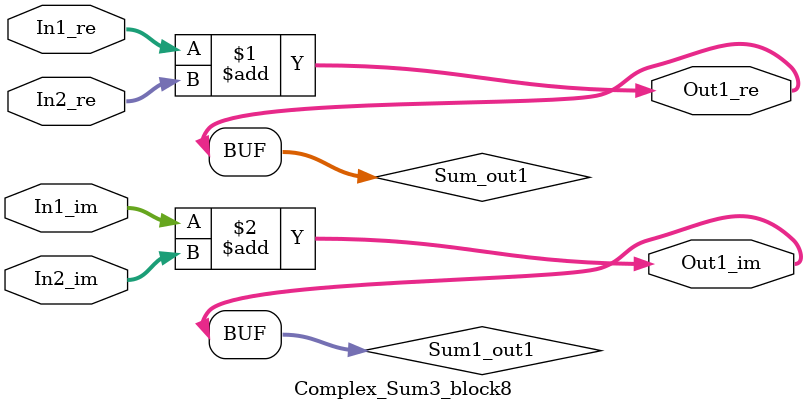
<source format=v>



`timescale 1 ns / 1 ns

module Complex_Sum3_block8
          (In1_re,
           In1_im,
           In2_re,
           In2_im,
           Out1_re,
           Out1_im);


  input   signed [36:0] In1_re;  // sfix37_En22
  input   signed [36:0] In1_im;  // sfix37_En22
  input   signed [36:0] In2_re;  // sfix37_En22
  input   signed [36:0] In2_im;  // sfix37_En22
  output  signed [36:0] Out1_re;  // sfix37_En22
  output  signed [36:0] Out1_im;  // sfix37_En22


  wire signed [36:0] Sum_out1;  // sfix37_En22
  wire signed [36:0] Sum1_out1;  // sfix37_En22


  assign Sum_out1 = In1_re + In2_re;



  assign Out1_re = Sum_out1;

  assign Sum1_out1 = In1_im + In2_im;



  assign Out1_im = Sum1_out1;

endmodule  // Complex_Sum3_block8


</source>
